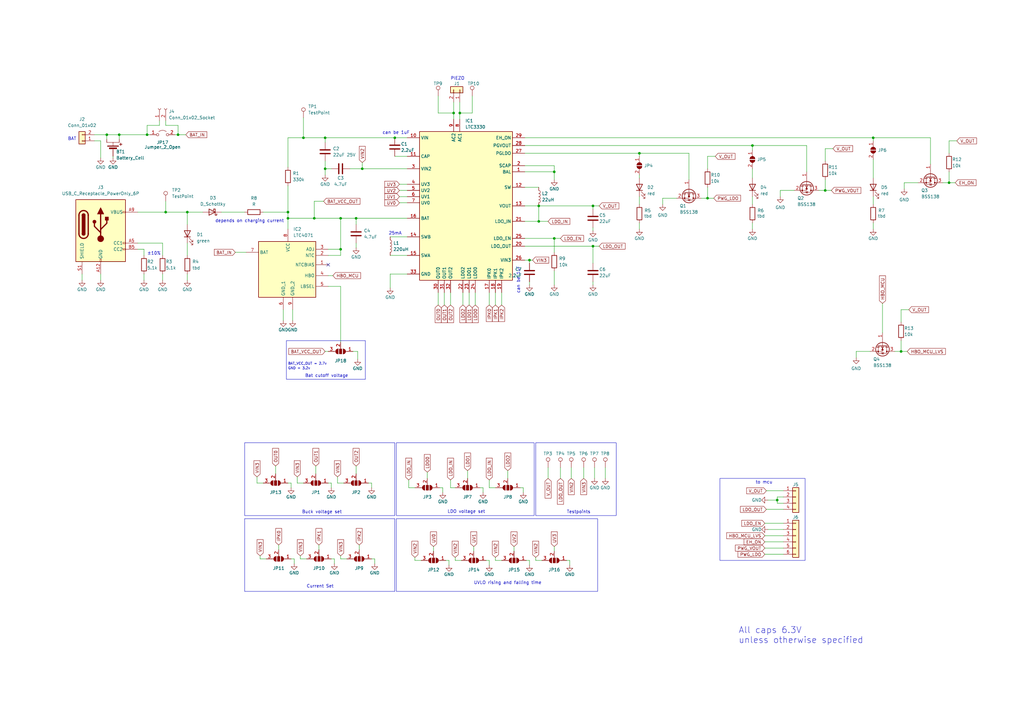
<source format=kicad_sch>
(kicad_sch (version 20230121) (generator eeschema)
  (paper "A3")
  (junction (at 148.59 69.215))
  (junction (at 389.255 74.93))
  (junction (at 139.7 89.535))
  (junction (at 308.61 59.69))
  (junction (at 358.14 56.515))
  (junction (at 128.905 89.535))
  (junction (at 227.33 97.79))
  (junction (at 73.025 55.245))
  (junction (at 118.11 86.995))
  (junction (at 118.11 89.535))
  (junction (at 262.255 62.865))
  (junction (at 133.35 69.215))
  (junction (at 60.325 55.245))
  (junction (at 243.205 84.455))
  (junction (at 318.77 205.105))
  (junction (at 220.98 90.805))
  (junction (at 243.205 100.965))
  (junction (at 67.945 86.995))
  (junction (at 48.895 55.245))
  (junction (at 369.57 144.145))
  (junction (at 290.195 81.28))
  (junction (at 139.7 102.235))
  (junction (at 220.98 84.455))
  (junction (at 133.35 56.515))
  (junction (at 188.595 46.355))
  (junction (at 161.925 56.515))
  (junction (at 338.455 78.105))
  (junction (at 186.055 46.355))
  (junction (at 76.835 86.995))
  (junction (at 217.17 106.68))
  (junction (at 43.815 55.245))
  (junction (at 146.05 89.535))
  (junction (at 227.33 70.485))
  (junction (at 124.46 56.515))
  (no_connect (at 134.62 108.585))
  (wire (pts (xy 109.22 229.235) (xy 106.68 229.235)))
  (wire (pts (xy 151.13 198.12) (xy 152.4 198.12)))
  (wire (pts (xy 179.705 39.37) (xy 179.705 46.355)))
  (wire (pts (xy 96.52 103.505) (xy 100.965 103.505)))
  (wire (pts (xy 314.325 201.295) (xy 321.31 201.295)))
  (wire (pts (xy 123.19 227.965) (xy 123.19 229.235)))
  (wire (pts (xy 76.835 86.995) (xy 83.185 86.995)))
  (wire (pts (xy 262.255 91.44) (xy 262.255 93.98)))
  (wire (pts (xy 172.72 229.87) (xy 170.18 229.87)))
  (wire (pts (xy 215.265 62.865) (xy 262.255 62.865)))
  (wire (pts (xy 358.14 91.44) (xy 358.14 93.98)))
  (wire (pts (xy 179.705 46.355) (xy 186.055 46.355)))
  (wire (pts (xy 381.635 56.515) (xy 381.635 67.31)))
  (wire (pts (xy 248.285 191.77) (xy 248.285 196.215)))
  (wire (pts (xy 186.055 46.355) (xy 186.055 48.895)))
  (wire (pts (xy 167.64 196.85) (xy 167.64 200.025)))
  (wire (pts (xy 215.265 90.805) (xy 220.98 90.805)))
  (wire (pts (xy 179.705 125.095) (xy 179.705 120.015)))
  (wire (pts (xy 146.05 92.075) (xy 146.05 89.535)))
  (wire (pts (xy 335.915 78.105) (xy 338.455 78.105)))
  (wire (pts (xy 137.16 229.235) (xy 137.16 231.14)))
  (wire (pts (xy 287.655 81.28) (xy 290.195 81.28)))
  (wire (pts (xy 59.055 102.235) (xy 59.055 104.775)))
  (wire (pts (xy 239.395 191.77) (xy 239.395 196.215)))
  (wire (pts (xy 134.62 104.775) (xy 139.7 104.775)))
  (wire (pts (xy 191.77 193.04) (xy 191.77 196.215)))
  (wire (pts (xy 76.2 55.245) (xy 73.025 55.245)))
  (wire (pts (xy 290.195 81.28) (xy 290.195 76.835)))
  (wire (pts (xy 144.78 144.145) (xy 146.685 144.145)))
  (wire (pts (xy 210.82 224.155) (xy 210.82 226.06)))
  (wire (pts (xy 66.675 112.395) (xy 66.675 114.935)))
  (wire (pts (xy 227.33 67.945) (xy 215.265 67.945)))
  (wire (pts (xy 229.87 97.79) (xy 227.33 97.79)))
  (wire (pts (xy 60.325 55.245) (xy 61.595 55.245)))
  (wire (pts (xy 314.96 217.17) (xy 321.31 217.17)))
  (wire (pts (xy 213.36 200.025) (xy 214.63 200.025)))
  (wire (pts (xy 243.205 116.84) (xy 243.205 115.57)))
  (wire (pts (xy 119.38 198.12) (xy 119.38 200.025)))
  (wire (pts (xy 290.195 64.135) (xy 290.195 69.215)))
  (wire (pts (xy 128.905 89.535) (xy 139.7 89.535)))
  (wire (pts (xy 129.54 191.135) (xy 129.54 194.31)))
  (wire (pts (xy 133.35 58.42) (xy 133.35 56.515)))
  (wire (pts (xy 186.69 228.6) (xy 186.69 229.87)))
  (wire (pts (xy 188.595 46.355) (xy 188.595 48.895)))
  (wire (pts (xy 214.63 200.025) (xy 214.63 201.93)))
  (wire (pts (xy 369.57 144.145) (xy 372.11 144.145)))
  (wire (pts (xy 107.95 86.995) (xy 118.11 86.995)))
  (wire (pts (xy 133.35 69.215) (xy 135.89 69.215)))
  (wire (pts (xy 217.17 106.68) (xy 215.265 106.68)))
  (wire (pts (xy 118.11 56.515) (xy 124.46 56.515)))
  (wire (pts (xy 38.735 55.245) (xy 43.815 55.245)))
  (wire (pts (xy 175.26 193.675) (xy 175.26 196.215)))
  (wire (pts (xy 116.205 127) (xy 116.205 131.445)))
  (wire (pts (xy 67.945 82.55) (xy 67.945 86.995)))
  (wire (pts (xy 170.18 228.6) (xy 170.18 229.87)))
  (wire (pts (xy 193.675 39.37) (xy 193.675 46.355)))
  (wire (pts (xy 330.835 59.69) (xy 330.835 70.485)))
  (wire (pts (xy 186.69 200.025) (xy 184.785 200.025)))
  (wire (pts (xy 224.79 191.77) (xy 224.79 196.215)))
  (wire (pts (xy 370.84 74.93) (xy 376.555 74.93)))
  (wire (pts (xy 389.255 74.93) (xy 391.795 74.93)))
  (wire (pts (xy 125.73 229.235) (xy 123.19 229.235)))
  (wire (pts (xy 138.43 195.58) (xy 138.43 198.12)))
  (wire (pts (xy 271.78 81.28) (xy 277.495 81.28)))
  (wire (pts (xy 139.7 89.535) (xy 146.05 89.535)))
  (wire (pts (xy 41.275 57.785) (xy 41.275 64.77)))
  (wire (pts (xy 234.315 191.77) (xy 234.315 196.215)))
  (wire (pts (xy 341.63 60.96) (xy 338.455 60.96)))
  (wire (pts (xy 43.815 55.245) (xy 48.895 55.245)))
  (wire (pts (xy 48.895 55.245) (xy 60.325 55.245)))
  (wire (pts (xy 118.11 76.2) (xy 118.11 86.995)))
  (wire (pts (xy 124.46 56.515) (xy 133.35 56.515)))
  (wire (pts (xy 135.89 229.235) (xy 137.16 229.235)))
  (wire (pts (xy 208.28 193.04) (xy 208.28 196.215)))
  (wire (pts (xy 153.67 229.235) (xy 153.67 231.14)))
  (wire (pts (xy 389.255 74.93) (xy 389.255 70.485)))
  (wire (pts (xy 232.41 229.87) (xy 233.68 229.87)))
  (wire (pts (xy 358.14 56.515) (xy 358.14 57.785)))
  (wire (pts (xy 367.03 144.145) (xy 369.57 144.145)))
  (wire (pts (xy 198.12 200.025) (xy 198.12 201.93)))
  (wire (pts (xy 313.69 227.33) (xy 321.31 227.33)))
  (wire (pts (xy 113.03 191.135) (xy 113.03 194.31)))
  (wire (pts (xy 318.77 205.105) (xy 318.77 206.375)))
  (wire (pts (xy 282.575 62.865) (xy 282.575 73.66)))
  (wire (pts (xy 243.84 191.77) (xy 243.84 196.215)))
  (wire (pts (xy 181.61 200.025) (xy 181.61 201.93)))
  (wire (pts (xy 308.61 61.595) (xy 308.61 59.69)))
  (wire (pts (xy 139.7 89.535) (xy 139.7 102.235)))
  (wire (pts (xy 118.11 89.535) (xy 128.905 89.535)))
  (wire (pts (xy 118.11 86.995) (xy 118.11 89.535)))
  (wire (pts (xy 262.255 62.865) (xy 282.575 62.865)))
  (wire (pts (xy 184.785 196.85) (xy 184.785 200.025)))
  (wire (pts (xy 160.02 112.395) (xy 160.02 118.11)))
  (wire (pts (xy 67.945 51.435) (xy 73.025 51.435)))
  (wire (pts (xy 313.69 214.63) (xy 321.31 214.63)))
  (wire (pts (xy 120.015 131.445) (xy 120.015 127)))
  (wire (pts (xy 160.02 104.775) (xy 167.005 104.775)))
  (wire (pts (xy 76.835 99.695) (xy 76.835 104.775)))
  (wire (pts (xy 139.7 227.965) (xy 139.7 229.235)))
  (wire (pts (xy 338.455 78.105) (xy 340.995 78.105)))
  (wire (pts (xy 262.255 80.645) (xy 262.255 83.82)))
  (wire (pts (xy 67.945 86.995) (xy 76.835 86.995)))
  (wire (pts (xy 133.35 144.145) (xy 134.62 144.145)))
  (wire (pts (xy 243.205 84.455) (xy 243.205 85.725)))
  (wire (pts (xy 200.66 120.015) (xy 200.66 125.095)))
  (wire (pts (xy 146.685 144.145) (xy 146.685 147.32)))
  (wire (pts (xy 227.33 97.79) (xy 227.33 103.505)))
  (wire (pts (xy 318.77 203.835) (xy 318.77 205.105)))
  (wire (pts (xy 76.835 112.395) (xy 76.835 114.935)))
  (wire (pts (xy 133.35 56.515) (xy 161.925 56.515)))
  (wire (pts (xy 194.31 224.155) (xy 194.31 226.06)))
  (wire (pts (xy 139.7 104.775) (xy 139.7 102.235)))
  (wire (pts (xy 233.68 229.87) (xy 233.68 231.775)))
  (wire (pts (xy 215.265 56.515) (xy 358.14 56.515)))
  (wire (pts (xy 133.35 69.215) (xy 133.35 71.755)))
  (wire (pts (xy 218.44 106.68) (xy 217.17 106.68)))
  (wire (pts (xy 200.66 196.85) (xy 200.66 200.025)))
  (wire (pts (xy 161.925 56.515) (xy 167.005 56.515)))
  (wire (pts (xy 163.83 75.565) (xy 167.005 75.565)))
  (wire (pts (xy 136.525 113.03) (xy 134.62 113.03)))
  (wire (pts (xy 321.31 203.835) (xy 318.77 203.835)))
  (wire (pts (xy 351.155 144.145) (xy 351.155 146.685)))
  (wire (pts (xy 133.35 66.04) (xy 133.35 69.215)))
  (wire (pts (xy 313.69 222.25) (xy 321.31 222.25)))
  (wire (pts (xy 222.25 229.87) (xy 219.71 229.87)))
  (wire (pts (xy 308.61 69.215) (xy 308.61 73.025)))
  (wire (pts (xy 132.715 82.55) (xy 128.905 82.55)))
  (wire (pts (xy 180.34 200.025) (xy 181.61 200.025)))
  (wire (pts (xy 33.655 112.395) (xy 33.655 114.935)))
  (wire (pts (xy 215.265 59.69) (xy 308.61 59.69)))
  (wire (pts (xy 146.05 191.135) (xy 146.05 194.31)))
  (wire (pts (xy 189.23 229.87) (xy 186.69 229.87)))
  (wire (pts (xy 386.715 74.93) (xy 389.255 74.93)))
  (wire (pts (xy 358.14 56.515) (xy 381.635 56.515)))
  (wire (pts (xy 314.325 208.915) (xy 321.31 208.915)))
  (wire (pts (xy 76.835 86.995) (xy 76.835 92.075)))
  (wire (pts (xy 318.77 206.375) (xy 321.31 206.375)))
  (wire (pts (xy 351.155 144.145) (xy 356.87 144.145)))
  (wire (pts (xy 65.405 51.435) (xy 60.325 51.435)))
  (wire (pts (xy 163.83 78.105) (xy 167.005 78.105)))
  (wire (pts (xy 217.17 229.87) (xy 217.17 231.775)))
  (wire (pts (xy 243.205 84.455) (xy 245.745 84.455)))
  (wire (pts (xy 243.205 100.965) (xy 245.745 100.965)))
  (wire (pts (xy 313.69 219.71) (xy 321.31 219.71)))
  (wire (pts (xy 369.57 127) (xy 369.57 132.08)))
  (wire (pts (xy 320.04 78.105) (xy 320.04 80.645)))
  (wire (pts (xy 262.255 62.865) (xy 262.255 64.135)))
  (wire (pts (xy 56.515 86.995) (xy 67.945 86.995)))
  (wire (pts (xy 227.33 67.945) (xy 227.33 70.485)))
  (wire (pts (xy 358.14 65.405) (xy 358.14 73.025)))
  (wire (pts (xy 217.17 106.68) (xy 217.17 107.95)))
  (wire (pts (xy 203.2 120.015) (xy 203.2 125.095)))
  (wire (pts (xy 229.87 191.77) (xy 229.87 196.215)))
  (wire (pts (xy 48.895 57.15) (xy 48.895 55.245)))
  (wire (pts (xy 227.33 97.79) (xy 215.265 97.79)))
  (wire (pts (xy 369.57 127) (xy 372.745 127)))
  (wire (pts (xy 140.97 198.12) (xy 138.43 198.12)))
  (wire (pts (xy 135.89 198.12) (xy 135.89 200.025)))
  (wire (pts (xy 119.38 229.235) (xy 120.65 229.235)))
  (wire (pts (xy 142.24 229.235) (xy 139.7 229.235)))
  (wire (pts (xy 38.735 57.785) (xy 41.275 57.785)))
  (wire (pts (xy 199.39 229.87) (xy 200.66 229.87)))
  (wire (pts (xy 314.96 205.105) (xy 318.77 205.105)))
  (wire (pts (xy 227.33 111.125) (xy 227.33 116.84)))
  (wire (pts (xy 167.005 112.395) (xy 160.02 112.395)))
  (wire (pts (xy 152.4 229.235) (xy 153.67 229.235)))
  (wire (pts (xy 262.255 71.755) (xy 262.255 73.025)))
  (wire (pts (xy 59.055 112.395) (xy 59.055 114.935)))
  (wire (pts (xy 143.51 69.215) (xy 148.59 69.215)))
  (wire (pts (xy 205.74 120.015) (xy 205.74 125.095)))
  (wire (pts (xy 227.33 224.155) (xy 227.33 226.06)))
  (wire (pts (xy 152.4 198.12) (xy 152.4 200.025)))
  (wire (pts (xy 66.675 99.695) (xy 66.675 104.775)))
  (wire (pts (xy 43.815 55.245) (xy 43.815 57.15)))
  (wire (pts (xy 196.85 200.025) (xy 198.12 200.025)))
  (wire (pts (xy 215.265 100.965) (xy 243.205 100.965)))
  (wire (pts (xy 370.84 74.93) (xy 370.84 77.47)))
  (wire (pts (xy 56.515 102.235) (xy 59.055 102.235)))
  (wire (pts (xy 320.04 78.105) (xy 325.755 78.105)))
  (wire (pts (xy 71.755 55.245) (xy 73.025 55.245)))
  (wire (pts (xy 293.37 64.135) (xy 290.195 64.135)))
  (wire (pts (xy 130.81 223.52) (xy 130.81 225.425)))
  (wire (pts (xy 290.195 81.28) (xy 292.735 81.28)))
  (wire (pts (xy 65.405 49.53) (xy 65.405 51.435)))
  (wire (pts (xy 392.43 57.785) (xy 389.255 57.785)))
  (wire (pts (xy 227.33 70.485) (xy 227.33 73.66)))
  (wire (pts (xy 177.8 224.155) (xy 177.8 226.06)))
  (wire (pts (xy 220.98 90.805) (xy 224.79 90.805)))
  (wire (pts (xy 118.11 198.12) (xy 119.38 198.12)))
  (wire (pts (xy 219.71 228.6) (xy 219.71 229.87)))
  (wire (pts (xy 120.65 229.235) (xy 120.65 231.14)))
  (wire (pts (xy 121.92 195.58) (xy 121.92 198.12)))
  (wire (pts (xy 128.905 82.55) (xy 128.905 89.535)))
  (wire (pts (xy 200.66 229.87) (xy 200.66 231.775)))
  (wire (pts (xy 189.865 125.095) (xy 189.865 120.015)))
  (wire (pts (xy 338.455 78.105) (xy 338.455 73.66)))
  (wire (pts (xy 243.205 93.345) (xy 243.205 94.615)))
  (wire (pts (xy 389.255 57.785) (xy 389.255 62.865)))
  (wire (pts (xy 124.46 198.12) (xy 121.92 198.12)))
  (wire (pts (xy 139.7 117.475) (xy 139.7 140.335)))
  (wire (pts (xy 308.61 80.645) (xy 308.61 83.82)))
  (wire (pts (xy 161.925 64.135) (xy 167.005 64.135)))
  (wire (pts (xy 118.11 68.58) (xy 118.11 56.515)))
  (wire (pts (xy 220.98 84.455) (xy 215.265 84.455)))
  (wire (pts (xy 215.265 70.485) (xy 227.33 70.485)))
  (wire (pts (xy 193.675 46.355) (xy 188.595 46.355)))
  (wire (pts (xy 105.41 195.58) (xy 105.41 198.12)))
  (wire (pts (xy 124.46 48.26) (xy 124.46 56.515)))
  (wire (pts (xy 203.2 228.6) (xy 203.2 229.87)))
  (wire (pts (xy 160.02 97.155) (xy 167.005 97.155)))
  (wire (pts (xy 203.2 200.025) (xy 200.66 200.025)))
  (wire (pts (xy 217.17 115.57) (xy 217.17 116.84)))
  (wire (pts (xy 215.9 229.87) (xy 217.17 229.87)))
  (wire (pts (xy 369.57 144.145) (xy 369.57 139.7)))
  (wire (pts (xy 192.405 125.095) (xy 192.405 120.015)))
  (wire (pts (xy 56.515 99.695) (xy 66.675 99.695)))
  (wire (pts (xy 188.595 41.91) (xy 188.595 46.355)))
  (wire (pts (xy 41.275 112.395) (xy 41.275 114.935)))
  (wire (pts (xy 146.05 99.695) (xy 146.05 101.6)))
  (wire (pts (xy 148.59 69.215) (xy 167.005 69.215)))
  (wire (pts (xy 107.95 198.12) (xy 105.41 198.12)))
  (wire (pts (xy 170.18 200.025) (xy 167.64 200.025)))
  (wire (pts (xy 118.11 89.535) (xy 118.11 93.98)))
  (wire (pts (xy 313.69 224.79) (xy 321.31 224.79)))
  (wire (pts (xy 182.245 120.015) (xy 182.245 125.095)))
  (wire (pts (xy 139.7 117.475) (xy 134.62 117.475)))
  (wire (pts (xy 146.05 89.535) (xy 167.005 89.535)))
  (wire (pts (xy 220.98 84.455) (xy 243.205 84.455)))
  (wire (pts (xy 338.455 60.96) (xy 338.455 66.04)))
  (wire (pts (xy 134.62 198.12) (xy 135.89 198.12)))
  (wire (pts (xy 90.805 86.995) (xy 100.33 86.995)))
  (wire (pts (xy 148.59 66.675) (xy 148.59 69.215)))
  (wire (pts (xy 243.205 107.95) (xy 243.205 100.965)))
  (wire (pts (xy 46.355 64.135) (xy 46.355 64.77)))
  (wire (pts (xy 186.055 41.91) (xy 186.055 46.355)))
  (wire (pts (xy 67.945 49.53) (xy 67.945 51.435)))
  (wire (pts (xy 147.32 223.52) (xy 147.32 225.425)))
  (wire (pts (xy 163.83 80.645) (xy 167.005 80.645)))
  (wire (pts (xy 220.98 84.455) (xy 220.98 90.805)))
  (wire (pts (xy 73.025 51.435) (xy 73.025 55.245)))
  (wire (pts (xy 184.15 229.87) (xy 184.15 231.775)))
  (wire (pts (xy 271.78 81.28) (xy 271.78 83.82)))
  (wire (pts (xy 220.98 76.835) (xy 215.265 76.835)))
  (wire (pts (xy 114.3 223.52) (xy 114.3 225.425)))
  (wire (pts (xy 184.785 120.015) (xy 184.785 125.095)))
  (wire (pts (xy 134.62 102.235) (xy 139.7 102.235)))
  (wire (pts (xy 182.88 229.87) (xy 184.15 229.87)))
  (wire (pts (xy 358.14 80.645) (xy 358.14 83.82)))
  (wire (pts (xy 163.83 83.185) (xy 167.005 83.185)))
  (wire (pts (xy 194.945 125.095) (xy 194.945 120.015)))
  (wire (pts (xy 308.61 59.69) (xy 330.835 59.69)))
  (wire (pts (xy 60.325 51.435) (xy 60.325 55.245)))
  (wire (pts (xy 308.61 91.44) (xy 308.61 93.98)))
  (wire (pts (xy 361.95 124.46) (xy 361.95 136.525)))
  (wire (pts (xy 205.74 229.87) (xy 203.2 229.87)))
  (wire (pts (xy 106.68 227.965) (xy 106.68 229.235)))
  (rectangle (start 117.475 139.7) (end 149.86 155.575))
  (rectangle (start 100.33 181.61) (end 161.925 211.455))
  (rectangle (start 100.33 212.725) (end 161.925 242.57))
  (rectangle (start 162.56 212.725) (end 245.11 242.57))
  (rectangle (start 295.275 196.215) (end 330.2 229.87))
  (rectangle (start 162.56 181.61) (end 219.075 211.455))
  (rectangle (start 219.71 181.61) (end 252.73 211.455))
  (text "All caps 6.3V\nunless otherwise specified\n" (at 302.895 264.16 0) (effects (font (size 2.54 2.54)) (justify left bottom)))
  (text "±10%" (at 60.325 104.775 0) (effects (font (size 1.27 1.27)) (justify left bottom)))
  (text "LDO voltage set\n\n" (at 183.515 212.725 0) (effects (font (size 1.27 1.27)) (justify left bottom)))
  (text "Bat cutoff voltage\n" (at 125.095 154.94 0) (effects (font (size 1.27 1.27)) (justify left bottom)))
  (text "25mA\n" (at 159.385 96.52 0) (effects (font (size 1.27 1.27)) (justify left bottom)))
  (text "Buck voltage set\n" (at 123.825 210.82 0) (effects (font (size 1.27 1.27)) (justify left bottom)))
  (text "BAT" (at 27.813 57.785 0) (effects (font (size 1.27 1.27)) (justify left bottom)))
  (text "depends on charging current\n" (at 88.265 91.44 0) (effects (font (size 1.27 1.27)) (justify left bottom)))
  (text "GND = 3.2v" (at 118.11 151.765 0) (effects (font (size 1 1)) (justify left bottom)))
  (text "BAT_VCC_OUT = 2.7v\n" (at 118.11 149.86 0) (effects (font (size 1 1)) (justify left bottom)))
  (text "can be 1uF\n" (at 213.36 109.22 90) (effects (font (size 1.27 1.27)) (justify right bottom)))
  (text "to mcu\n\n" (at 309.88 200.66 0) (effects (font (size 1.27 1.27)) (justify left bottom)))
  (text "can be 1uF\n" (at 156.845 55.245 0) (effects (font (size 1.27 1.27)) (justify left bottom)))
  (text "Current Set\n" (at 125.73 241.3 0) (effects (font (size 1.27 1.27)) (justify left bottom)))
  (text "Testpoints\n" (at 232.41 210.82 0) (effects (font (size 1.27 1.27)) (justify left bottom)))
  (text "PIEZO\n" (at 184.785 33.02 0) (effects (font (size 1.27 1.27)) (justify left bottom)))
  (text "UVLO rising and falling time\n\n" (at 194.31 241.935 0) (effects (font (size 1.27 1.27)) (justify left bottom)))
  (global_label "LDO_IN" (shape input) (at 184.785 196.85 90) (property "Intersheetrefs" "${INTERSHEET_REFS}" (effects hide)))
  (global_label "VIN2" (shape input) (at 170.18 228.6 90) (property "Intersheetrefs" "${INTERSHEET_REFS}" (effects hide)))
  (global_label "HBO_MCU_LVS" (shape input) (at 372.11 144.145 0) (property "Intersheetrefs" "${INTERSHEET_REFS}" (effects hide)))
  (global_label "IPK0" (shape input) (at 114.3 223.52 90) (property "Intersheetrefs" "${INTERSHEET_REFS}" (effects hide)))
  (global_label "VIN2" (shape input) (at 148.59 66.675 90) (property "Intersheetrefs" "${INTERSHEET_REFS}" (effects hide)))
  (global_label "PWG_LDO" (shape input) (at 313.69 227.33 180) (property "Intersheetrefs" "${INTERSHEET_REFS}" (effects hide)))
  (global_label "VIN2" (shape input) (at 186.69 228.6 90) (property "Intersheetrefs" "${INTERSHEET_REFS}" (effects hide)))
  (global_label "UV2" (shape input) (at 163.83 78.105 180) (property "Intersheetrefs" "${INTERSHEET_REFS}" (effects hide)))
  (global_label "OUT2" (shape input) (at 146.05 191.135 90) (property "Intersheetrefs" "${INTERSHEET_REFS}" (effects hide)))
  (global_label "UV3" (shape input) (at 227.33 224.155 90) (property "Intersheetrefs" "${INTERSHEET_REFS}" (effects hide)))
  (global_label "VIN2" (shape input) (at 234.315 196.215 270) (property "Intersheetrefs" "${INTERSHEET_REFS}" (effects hide)))
  (global_label "BAT_VCC_OUT" (shape input) (at 132.715 82.55 0) (property "Intersheetrefs" "${INTERSHEET_REFS}" (effects hide)))
  (global_label "VIN3" (shape input) (at 239.395 196.215 270) (property "Intersheetrefs" "${INTERSHEET_REFS}" (effects hide)))
  (global_label "LDO0" (shape input) (at 194.945 125.095 270) (property "Intersheetrefs" "${INTERSHEET_REFS}" (effects hide)))
  (global_label "LDO_OUT" (shape input) (at 229.87 196.215 270) (property "Intersheetrefs" "${INTERSHEET_REFS}" (effects hide)))
  (global_label "UV0" (shape input) (at 163.83 83.185 180) (property "Intersheetrefs" "${INTERSHEET_REFS}" (effects hide)))
  (global_label "V_OUT" (shape input) (at 372.745 127 0) (property "Intersheetrefs" "${INTERSHEET_REFS}" (effects hide)))
  (global_label "UV3" (shape input) (at 163.83 75.565 180) (property "Intersheetrefs" "${INTERSHEET_REFS}" (effects hide)))
  (global_label "BAT_IN" (shape input) (at 96.52 103.505 180) (property "Intersheetrefs" "${INTERSHEET_REFS}" (effects hide)))
  (global_label "EH_ON" (shape input) (at 391.795 74.93 0) (property "Intersheetrefs" "${INTERSHEET_REFS}" (effects hide)))
  (global_label "VIN3" (shape input) (at 218.44 106.68 0) (property "Intersheetrefs" "${INTERSHEET_REFS}" (effects hide)))
  (global_label "VIN3" (shape input) (at 106.68 227.965 90) (property "Intersheetrefs" "${INTERSHEET_REFS}" (effects hide)))
  (global_label "IPK0" (shape input) (at 200.66 125.095 270) (property "Intersheetrefs" "${INTERSHEET_REFS}" (effects hide)))
  (global_label "LDO2" (shape input) (at 189.865 125.095 270) (property "Intersheetrefs" "${INTERSHEET_REFS}" (effects hide)))
  (global_label "LDO1" (shape input) (at 191.77 193.04 90) (property "Intersheetrefs" "${INTERSHEET_REFS}" (effects hide)))
  (global_label "V_OUT" (shape input) (at 392.43 57.785 0) (property "Intersheetrefs" "${INTERSHEET_REFS}" (effects hide)))
  (global_label "VIN3" (shape input) (at 139.7 227.965 90) (property "Intersheetrefs" "${INTERSHEET_REFS}" (effects hide)))
  (global_label "LDO_IN" (shape input) (at 200.66 196.85 90) (property "Intersheetrefs" "${INTERSHEET_REFS}" (effects hide)))
  (global_label "LDO_IN" (shape input) (at 224.79 90.805 0) (property "Intersheetrefs" "${INTERSHEET_REFS}" (effects hide)))
  (global_label "PWG_VOUT" (shape input) (at 340.995 78.105 0) (property "Intersheetrefs" "${INTERSHEET_REFS}" (effects hide)))
  (global_label "LDO_OUT" (shape input) (at 314.325 208.915 180) (property "Intersheetrefs" "${INTERSHEET_REFS}" (effects hide)))
  (global_label "EH_ON" (shape input) (at 313.69 222.25 180) (property "Intersheetrefs" "${INTERSHEET_REFS}" (effects hide)))
  (global_label "IPK1" (shape input) (at 203.2 125.095 270) (property "Intersheetrefs" "${INTERSHEET_REFS}" (effects hide)))
  (global_label "V_OUT" (shape input) (at 314.325 201.295 180) (property "Intersheetrefs" "${INTERSHEET_REFS}" (effects hide)))
  (global_label "UV2" (shape input) (at 210.82 224.155 90) (property "Intersheetrefs" "${INTERSHEET_REFS}" (effects hide)))
  (global_label "PWG_LDO" (shape input) (at 292.735 81.28 0) (property "Intersheetrefs" "${INTERSHEET_REFS}" (effects hide)))
  (global_label "OUT1" (shape input) (at 182.245 125.095 270) (property "Intersheetrefs" "${INTERSHEET_REFS}" (effects hide)))
  (global_label "VIN3" (shape input) (at 105.41 195.58 90) (property "Intersheetrefs" "${INTERSHEET_REFS}" (effects hide)))
  (global_label "BAT_VCC_OUT" (shape input) (at 133.35 144.145 180) (property "Intersheetrefs" "${INTERSHEET_REFS}" (effects hide)))
  (global_label "VIN3" (shape input) (at 121.92 195.58 90) (property "Intersheetrefs" "${INTERSHEET_REFS}" (effects hide)))
  (global_label "LDO_EN" (shape input) (at 313.69 214.63 180) (property "Intersheetrefs" "${INTERSHEET_REFS}" (effects hide)))
  (global_label "UV0" (shape input) (at 177.8 224.155 90) (property "Intersheetrefs" "${INTERSHEET_REFS}" (effects hide)))
  (global_label "LDO_OUT" (shape input) (at 245.745 100.965 0) (property "Intersheetrefs" "${INTERSHEET_REFS}" (effects hide)))
  (global_label "IPK2" (shape input) (at 147.32 223.52 90) (property "Intersheetrefs" "${INTERSHEET_REFS}" (effects hide)))
  (global_label "LDO0" (shape input) (at 175.26 193.675 90) (property "Intersheetrefs" "${INTERSHEET_REFS}" (effects hide)))
  (global_label "LDO_EN" (shape input) (at 229.87 97.79 0) (property "Intersheetrefs" "${INTERSHEET_REFS}" (effects hide)))
  (global_label "V_OUT" (shape input) (at 245.745 84.455 0) (property "Intersheetrefs" "${INTERSHEET_REFS}" (effects hide)))
  (global_label "VIN3" (shape input) (at 138.43 195.58 90) (property "Intersheetrefs" "${INTERSHEET_REFS}" (effects hide)))
  (global_label "HBO_MCU" (shape input) (at 136.525 113.03 0) (property "Intersheetrefs" "${INTERSHEET_REFS}" (effects hide)))
  (global_label "LDO1" (shape input) (at 192.405 125.095 270) (property "Intersheetrefs" "${INTERSHEET_REFS}" (effects hide)))
  (global_label "OUT1" (shape input) (at 129.54 191.135 90) (property "Intersheetrefs" "${INTERSHEET_REFS}" (effects hide)))
  (global_label "OUT0" (shape input) (at 113.03 191.135 90) (property "Intersheetrefs" "${INTERSHEET_REFS}" (effects hide)))
  (global_label "IPK1" (shape input) (at 130.81 223.52 90) (property "Intersheetrefs" "${INTERSHEET_REFS}" (effects hide)))
  (global_label "LDO2" (shape input) (at 208.28 193.04 90) (property "Intersheetrefs" "${INTERSHEET_REFS}" (effects hide)))
  (global_label "HBO_MCU_LVS" (shape input) (at 313.69 219.71 180) (property "Intersheetrefs" "${INTERSHEET_REFS}" (effects hide)))
  (global_label "V_OUT" (shape input) (at 341.63 60.96 0) (property "Intersheetrefs" "${INTERSHEET_REFS}" (effects hide)))
  (global_label "VIN3" (shape input) (at 123.19 227.965 90) (property "Intersheetrefs" "${INTERSHEET_REFS}" (effects hide)))
  (global_label "OUT2" (shape input) (at 184.785 125.095 270) (property "Intersheetrefs" "${INTERSHEET_REFS}" (effects hide)))
  (global_label "HBO_MCU" (shape input) (at 361.95 124.46 90) (property "Intersheetrefs" "${INTERSHEET_REFS}" (effects hide)))
  (global_label "BAT_IN" (shape input) (at 76.2 55.245 0) (property "Intersheetrefs" "${INTERSHEET_REFS}" (effects hide)))
  (global_label "V_OUT" (shape input) (at 224.79 196.215 270) (property "Intersheetrefs" "${INTERSHEET_REFS}" (effects hide)))
  (global_label "IPK2" (shape input) (at 205.74 125.095 270) (property "Intersheetrefs" "${INTERSHEET_REFS}" (effects hide)))
  (global_label "UV1" (shape input) (at 163.83 80.645 180) (property "Intersheetrefs" "${INTERSHEET_REFS}" (effects hide)))
  (global_label "PWG_VOUT" (shape input) (at 313.69 224.79 180) (property "Intersheetrefs" "${INTERSHEET_REFS}" (effects hide)))
  (global_label "V_OUT" (shape input) (at 293.37 64.135 0) (property "Intersheetrefs" "${INTERSHEET_REFS}" (effects hide)))
  (global_label "OUT0" (shape input) (at 179.705 125.095 270) (property "Intersheetrefs" "${INTERSHEET_REFS}" (effects hide)))
  (global_label "VIN2" (shape input) (at 203.2 228.6 90) (property "Intersheetrefs" "${INTERSHEET_REFS}" (effects hide)))
  (global_label "UV1" (shape input) (at 194.31 224.155 90) (property "Intersheetrefs" "${INTERSHEET_REFS}" (effects hide)))
  (global_label "LDO_IN" (shape input) (at 167.64 196.85 90) (property "Intersheetrefs" "${INTERSHEET_REFS}" (effects hide)))
  (global_label "VIN2" (shape input) (at 219.71 228.6 90) (property "Intersheetrefs" "${INTERSHEET_REFS}" (effects hide)))
  (symbol (lib_id "Jumper:SolderJumper_3_Open") (at 177.8 229.87 180) (unit 1)
    (property "Reference" "JP12" (at 177.8 233.68 0))
    (property "Value" "SolderJumper_3_Open" (effects hide))
    (property "Footprint" "Jumper:SolderJumper-3_P1.3mm_Open_RoundedPad1.0x1.5mm" (effects hide))
  )
  (symbol (lib_id "Connector:TestPoint") (at 193.675 39.37 0) (unit 1)
    (property "Reference" "TP10" (at 191.77 34.29 0) (effects (justify left)))
    (property "Value" "TestPoint" (effects hide))
    (property "Footprint" "testpoint_519x:Testpoint_519xTR" (effects hide))
  )
  (symbol (lib_id "power:GND") (at 314.96 205.105 270) (unit 1)
    (property "Reference" "#PWR029" (effects hide))
    (property "Value" "GND" (at 312.42 205.105 90) (effects (justify right)))
  )
  (symbol (lib_id "power:GND") (at 146.685 147.32 0) (unit 1)
    (property "Reference" "#PWR07" (effects hide))
    (property "Value" "GND" (at 146.685 151.13 0))
  )
  (symbol (lib_id "Device:C") (at 243.205 89.535 0) (unit 1)
    (property "Reference" "C5" (at 245.745 88.265 0) (effects (justify left)))
    (property "Value" "22uF" (at 245.745 90.805 0) (effects (justify left)))
    (property "Footprint" "Capacitor_SMD:C_0805_2012Metric_Pad1.18x1.45mm_HandSolder" (effects hide))
  )
  (symbol (lib_id "power:GND") (at 227.33 116.84 0) (unit 1)
    (property "Reference" "#PWR031" (effects hide))
    (property "Value" "GND" (at 227.33 120.65 0))
  )
  (symbol (lib_id "Device:C") (at 161.925 60.325 0) (unit 1)
    (property "Reference" "C1" (at 164.465 59.055 0) (effects (justify left)))
    (property "Value" "2.2uF" (at 164.465 61.595 0) (effects (justify left)))
    (property "Footprint" "Capacitor_SMD:C_0805_2012Metric_Pad1.18x1.45mm_HandSolder" (effects hide))
  )
  (symbol (lib_id "Connector:USB_C_Receptacle_PowerOnly_6P") (at 41.275 94.615 0) (unit 1)
    (property "Reference" "J3" (at 41.275 76.835 0))
    (property "Value" "USB_C_Receptacle_PowerOnly_6P" (at 41.275 79.375 0))
    (property "Footprint" "battery_clip:USB4125-GF-A-0190" (effects hide))
    (property "Datasheet" "https://www.usb.org/sites/default/files/documents/usb_type-c.zip" (effects hide))
  )
  (symbol (lib_id "power:GND") (at 233.68 231.775 0) (unit 1)
    (property "Reference" "#PWR024" (effects hide))
    (property "Value" "GND" (at 233.68 235.585 0))
  )
  (symbol (lib_id "power:GND") (at 135.89 200.025 0) (unit 1)
    (property "Reference" "#PWR023" (effects hide))
    (property "Value" "GND" (at 135.89 203.835 0))
  )
  (symbol (lib_id "power:GND") (at 119.38 200.025 0) (unit 1)
    (property "Reference" "#PWR021" (effects hide))
    (property "Value" "GND" (at 119.38 203.835 0))
  )
  (symbol (lib_id "Device:C") (at 243.205 111.76 0) (unit 1)
    (property "Reference" "C6" (at 245.745 110.49 0) (effects (justify left)))
    (property "Value" "22uF" (at 245.745 113.03 0) (effects (justify left)))
    (property "Footprint" "Capacitor_SMD:C_0805_2012Metric_Pad1.18x1.45mm_HandSolder" (effects hide))
  )
  (symbol (lib_id "Device:R") (at 227.33 107.315 0) (unit 1)
    (property "Reference" "R9" (at 229.235 106.045 0) (effects (justify left)))
    (property "Value" "10k" (at 229.235 108.585 0) (effects (justify left)))
    (property "Footprint" "Resistor_SMD:R_0805_2012Metric_Pad1.20x1.40mm_HandSolder" (effects hide))
  )
  (symbol (lib_id "power:GND") (at 314.96 217.17 270) (unit 1)
    (property "Reference" "#PWR035" (effects hide))
    (property "Value" "GND" (at 312.42 217.17 90) (effects (justify right)))
  )
  (symbol (lib_id "Jumper:SolderJumper_3_Open") (at 194.31 229.87 180) (unit 1)
    (property "Reference" "JP14" (at 194.31 233.68 0))
    (property "Value" "SolderJumper_3_Open" (effects hide))
    (property "Footprint" "Jumper:SolderJumper-3_P1.3mm_Open_RoundedPad1.0x1.5mm" (effects hide))
  )
  (symbol (lib_id "Connector:TestPoint") (at 248.285 191.77 0) (unit 1)
    (property "Reference" "TP8" (at 246.38 186.055 0) (effects (justify left)))
    (property "Value" "TestPoint" (effects hide))
    (property "Footprint" "testpoint_519x:Testpoint_519xTR" (effects hide))
  )
  (symbol (lib_id "Connector:Conn_01x02_Socket") (at 65.405 44.45 90) (unit 1)
    (property "Reference" "J4" (at 69.215 45.72 90) (effects (justify right)))
    (property "Value" "Conn_01x02_Socket" (at 69.215 48.26 90) (effects (justify right)))
    (property "Footprint" "Connector:Banana_Jack_2Pin" (effects hide))
  )
  (symbol (lib_id "Jumper:SolderJumper_3_Open") (at 208.28 200.025 180) (unit 1)
    (property "Reference" "JP8" (at 208.28 203.835 0))
    (property "Value" "SolderJumper_3_Open" (effects hide))
    (property "Footprint" "Jumper:SolderJumper-3_P1.3mm_Open_RoundedPad1.0x1.5mm" (effects hide))
  )
  (symbol (lib_id "power:GND") (at 271.78 83.82 0) (unit 1)
    (property "Reference" "#PWR039" (effects hide))
    (property "Value" "GND" (at 271.78 88.265 0))
  )
  (symbol (lib_id "Connector_Generic:Conn_01x06") (at 326.39 219.71 0) (unit 1)
    (property "Reference" "J6" (at 325.12 212.09 0) (effects (justify left)))
    (property "Value" "Conn_01x06" (effects hide))
    (property "Footprint" "Connector_PinSocket_2.54mm:PinSocket_1x06_P2.54mm_Horizontal" (effects hide))
  )
  (symbol (lib_id "power:GND") (at 160.02 118.11 0) (unit 1)
    (property "Reference" "#PWR014" (effects hide))
    (property "Value" "GND" (at 160.02 121.92 0))
  )
  (symbol (lib_id "power:GND") (at 76.835 114.935 0) (unit 1)
    (property "Reference" "#PWR012" (effects hide))
    (property "Value" "GND" (at 76.835 118.745 0))
  )
  (symbol (lib_id "Jumper:SolderJumper_3_Open") (at 227.33 229.87 180) (unit 1)
    (property "Reference" "JP16" (at 227.33 233.68 0))
    (property "Value" "SolderJumper_3_Open" (effects hide))
    (property "Footprint" "Jumper:SolderJumper-3_P1.3mm_Open_RoundedPad1.0x1.5mm" (effects hide))
  )
  (symbol (lib_id "Jumper:SolderJumper_2_Open") (at 358.14 61.595 270) (unit 1)
    (property "Reference" "JP6" (at 360.045 61.595 90) (effects (justify left)))
    (property "Value" "SolderJumper_2_Open" (effects hide))
    (property "Footprint" "Jumper:SolderJumper-2_P1.3mm_Open_RoundedPad1.0x1.5mm" (effects hide))
  )
  (symbol (lib_id "power:GND") (at 120.015 131.445 0) (unit 1)
    (property "Reference" "#PWR04" (effects hide))
    (property "Value" "GND" (at 120.015 135.255 0))
  )
  (symbol (lib_id "power:GND") (at 146.05 101.6 0) (unit 1)
    (property "Reference" "#PWR013" (effects hide))
    (property "Value" "GND" (at 146.05 105.41 0))
  )
  (symbol (lib_id "power:GND") (at 120.65 231.14 0) (unit 1)
    (property "Reference" "#PWR034" (effects hide))
    (property "Value" "GND" (at 120.65 234.95 0))
  )
  (symbol (lib_id "power:GND") (at 133.35 71.755 0) (unit 1)
    (property "Reference" "#PWR01" (effects hide))
    (property "Value" "GND" (at 133.35 75.565 0))
  )
  (symbol (lib_id "Device:R") (at 358.14 87.63 0) (unit 1)
    (property "Reference" "R7" (at 360.172 86.36 0) (effects (justify left)))
    (property "Value" "tbd" (at 360.045 88.5825 0) (effects (justify left)))
    (property "Footprint" "Resistor_SMD:R_0805_2012Metric_Pad1.20x1.40mm_HandSolder" (effects hide))
  )
  (symbol (lib_id "Device:Battery_Cell") (at 46.355 61.595 0) (unit 1)
    (property "Reference" "BT1" (at 47.625 62.23 0) (effects (justify left)))
    (property "Value" "Battery_Cell" (at 47.625 64.77 0) (effects (justify left)))
    (property "Footprint" "battery_clip:BC-2404" (effects hide))
  )
  (symbol (lib_id "Jumper:SolderJumper_3_Open") (at 146.05 198.12 180) (unit 1)
    (property "Reference" "JP2" (at 146.05 201.93 0))
    (property "Value" "SolderJumper_3_Open" (effects hide))
    (property "Footprint" "Jumper:SolderJumper-3_P1.3mm_Open_RoundedPad1.0x1.5mm" (effects hide))
  )
  (symbol (lib_id "power:GND") (at 198.12 201.93 0) (unit 1)
    (property "Reference" "#PWR032" (effects hide))
    (property "Value" "GND" (at 198.12 205.74 0))
  )
  (symbol (lib_id "Jumper:SolderJumper_3_Open") (at 129.54 198.12 180) (unit 1)
    (property "Reference" "JP1" (at 129.54 201.93 0))
    (property "Value" "SolderJumper_3_Open" (effects hide))
    (property "Footprint" "Jumper:SolderJumper-3_P1.3mm_Open_RoundedPad1.0x1.5mm" (effects hide))
  )
  (symbol (lib_id "Connector_Generic:Conn_01x02") (at 33.655 57.785 180) (unit 1)
    (property "Reference" "J2" (at 33.655 48.895 0))
    (property "Value" "Conn_01x02" (at 33.655 51.435 0))
    (property "Footprint" "testpoint_519x:Battery_pad_solder" (effects hide))
  )
  (symbol (lib_id "power:GND") (at 308.61 93.98 0) (unit 1)
    (property "Reference" "#PWR017" (effects hide))
    (property "Value" "GND" (at 308.61 97.79 0))
  )
  (symbol (lib_id "power:GND") (at 227.33 73.66 0) (unit 1)
    (property "Reference" "#PWR020" (effects hide))
    (property "Value" "GND" (at 227.33 77.47 0))
  )
  (symbol (lib_id "power:GND") (at 217.17 116.84 0) (unit 1)
    (property "Reference" "#PWR037" (effects hide))
    (property "Value" "GND" (at 217.17 120.65 0))
  )
  (symbol (lib_id "Device:R") (at 308.61 87.63 0) (unit 1)
    (property "Reference" "R6" (at 310.642 86.36 0) (effects (justify left)))
    (property "Value" "tbd" (at 310.515 88.5825 0) (effects (justify left)))
    (property "Footprint" "Resistor_SMD:R_0805_2012Metric_Pad1.20x1.40mm_HandSolder" (effects hide))
  )
  (symbol (lib_id "power:GND") (at 152.4 200.025 0) (unit 1)
    (property "Reference" "#PWR025" (effects hide))
    (property "Value" "GND" (at 152.4 203.835 0))
  )
  (symbol (lib_id "power:GND") (at 116.205 131.445 0) (unit 1)
    (property "Reference" "#PWR03" (effects hide))
    (property "Value" "GND" (at 116.205 135.255 0))
  )
  (symbol (lib_id "Jumper:SolderJumper_3_Open") (at 130.81 229.235 180) (unit 1)
    (property "Reference" "JP10" (at 130.81 233.045 0))
    (property "Value" "SolderJumper_3_Open" (effects hide))
    (property "Footprint" "Jumper:SolderJumper-3_P1.3mm_Open_RoundedPad1.0x1.5mm" (effects hide))
  )
  (symbol (lib_id "Transistor_FET:BSS138") (at 381.635 72.39 270) (unit 1)
    (property "Reference" "Q3" (at 377.825 78.105 90) (effects (justify left)))
    (property "Value" "BSS138" (at 377.825 80.645 90) (effects (justify left)))
    (property "Footprint" "Package_TO_SOT_SMD:SOT-23" (effects hide))
    (property "Datasheet" "https://www.onsemi.com/pub/Collateral/BSS138-D.PDF" (effects hide))
  )
  (symbol (lib_id "Jumper:SolderJumper_3_Open") (at 210.82 229.87 180) (unit 1)
    (property "Reference" "JP15" (at 210.82 233.68 0))
    (property "Value" "SolderJumper_3_Open" (effects hide))
    (property "Footprint" "Jumper:SolderJumper-3_P1.3mm_Open_RoundedPad1.0x1.5mm" (effects hide))
  )
  (symbol (lib_id "Connector_Generic:Conn_01x02") (at 188.595 36.83 270) (mirror x) (unit 1)
    (property "Reference" "J1" (at 188.595 34.29 90) (effects (justify right)))
    (property "Value" "Conn_01x02" (effects hide))
    (property "Footprint" "Connector_Phoenix_MC:PhoenixContact_MC_1,5_2-G-3.81_1x02_P3.81mm_Horizontal" (effects hide))
  )
  (symbol (lib_id "Device:C") (at 217.17 111.76 0) (mirror y) (unit 1)
    (property "Reference" "C7" (at 213.995 110.49 0) (effects (justify left)))
    (property "Value" "2.2uF" (at 213.995 113.03 0) (effects (justify left)))
    (property "Footprint" "Capacitor_SMD:C_0805_2012Metric_Pad1.18x1.45mm_HandSolder" (effects hide))
  )
  (symbol (lib_id "power:GND") (at 41.275 114.935 0) (unit 1)
    (property "Reference" "#PWR010" (effects hide))
    (property "Value" "GND" (at 41.275 118.745 0))
  )
  (symbol (lib_id "power:GND") (at 214.63 201.93 0) (unit 1)
    (property "Reference" "#PWR033" (effects hide))
    (property "Value" "GND" (at 214.63 205.74 0))
  )
  (symbol (lib_id "power:GND") (at 262.255 93.98 0) (unit 1)
    (property "Reference" "#PWR018" (effects hide))
    (property "Value" "GND" (at 262.255 97.79 0))
  )
  (symbol (lib_id "Connector:TestPoint") (at 179.705 39.37 0) (unit 1)
    (property "Reference" "TP9" (at 177.8 34.29 0) (effects (justify left)))
    (property "Value" "TestPoint" (effects hide))
    (property "Footprint" "testpoint_519x:Testpoint_519xTR" (effects hide))
  )
  (symbol (lib_id "Device:R") (at 118.11 72.39 0) (unit 1)
    (property "Reference" "R1" (at 120.015 71.12 0) (effects (justify left)))
    (property "Value" "330k" (at 120.015 73.66 0) (effects (justify left)))
    (property "Footprint" "Resistor_SMD:R_0805_2012Metric_Pad1.20x1.40mm_HandSolder" (effects hide))
  )
  (symbol (lib_id "Device:LED") (at 76.835 95.885 90) (unit 1)
    (property "Reference" "D1" (at 80.645 96.2025 90) (effects (justify right)))
    (property "Value" "green" (at 80.645 98.7425 90) (effects (justify right)))
    (property "Footprint" "LED_SMD:LED_0805_2012Metric_Pad1.15x1.40mm_HandSolder" (effects hide))
  )
  (symbol (lib_id "Device:R") (at 290.195 73.025 0) (unit 1)
    (property "Reference" "R10" (at 291.465 71.755 0) (effects (justify left)))
    (property "Value" "10k" (at 291.465 74.295 0) (effects (justify left)))
    (property "Footprint" "Resistor_SMD:R_0805_2012Metric_Pad1.20x1.40mm_HandSolder" (effects hide))
  )
  (symbol (lib_id "power:GND") (at 153.67 231.14 0) (unit 1)
    (property "Reference" "#PWR038" (effects hide))
    (property "Value" "GND" (at 153.67 234.95 0))
  )
  (symbol (lib_id "Device:C") (at 139.7 69.215 90) (unit 1)
    (property "Reference" "C3" (at 139.7 73.025 90))
    (property "Value" "4.7uF" (at 139.7 75.565 90))
    (property "Footprint" "Capacitor_SMD:C_0805_2012Metric_Pad1.18x1.45mm_HandSolder" (effects hide))
  )
  (symbol (lib_id "power:GND") (at 33.655 114.935 0) (unit 1)
    (property "Reference" "#PWR011" (effects hide))
    (property "Value" "GND" (at 33.655 118.745 0))
  )
  (symbol (lib_id "power:GND") (at 243.205 116.84 0) (unit 1)
    (property "Reference" "#PWR027" (effects hide))
    (property "Value" "GND" (at 243.205 120.65 0))
  )
  (symbol (lib_id "Device:R") (at 104.14 86.995 90) (unit 1)
    (property "Reference" "R8" (at 104.14 81.28 90))
    (property "Value" "R" (at 104.14 83.82 90))
    (property "Footprint" "Resistor_SMD:R_0805_2012Metric_Pad1.20x1.40mm_HandSolder" (effects hide))
  )
  (symbol (lib_id "Device:R") (at 66.675 108.585 0) (unit 1)
    (property "Reference" "R3" (at 67.945 107.315 0) (effects (justify left)))
    (property "Value" "5.1k" (at 67.945 109.855 0) (effects (justify left)))
    (property "Footprint" "Resistor_SMD:R_0805_2012Metric_Pad1.20x1.40mm_HandSolder" (effects hide))
  )
  (symbol (lib_id "Device:R") (at 76.835 108.585 0) (unit 1)
    (property "Reference" "R4" (at 78.867 107.315 0) (effects (justify left)))
    (property "Value" "tbd" (at 78.867 109.855 0) (effects (justify left)))
    (property "Footprint" "Resistor_SMD:R_0805_2012Metric_Pad1.20x1.40mm_HandSolder" (effects hide))
  )
  (symbol (lib_id "power:GND") (at 46.355 64.77 0) (unit 1)
    (property "Reference" "#PWR06" (effects hide))
    (property "Value" "GND" (at 46.355 68.58 0))
  )
  (symbol (lib_id "power:GND") (at 184.15 231.775 0) (unit 1)
    (property "Reference" "#PWR015" (effects hide))
    (property "Value" "GND" (at 184.15 235.585 0))
  )
  (symbol (lib_id "Device:R") (at 262.255 87.63 0) (unit 1)
    (property "Reference" "R5" (at 264.287 86.36 0) (effects (justify left)))
    (property "Value" "tbd" (at 264.16 88.5825 0) (effects (justify left)))
    (property "Footprint" "Resistor_SMD:R_0805_2012Metric_Pad1.20x1.40mm_HandSolder" (effects hide))
  )
  (symbol (lib_id "Device:C") (at 133.35 62.23 0) (unit 1)
    (property "Reference" "C2" (at 136.525 60.96 0) (effects (justify left)))
    (property "Value" "22uF 25V" (at 136.525 63.5 0) (effects (justify left)))
    (property "Footprint" "Capacitor_SMD:C_1210_3225Metric_Pad1.33x2.70mm_HandSolder" (effects hide))
  )
  (symbol (lib_id "Device:LED") (at 262.255 76.835 90) (unit 1)
    (property "Reference" "D2" (at 265.43 76.835 90) (effects (justify right)))
    (property "Value" "red" (at 265.43 79.375 90) (effects (justify right)))
    (property "Footprint" "LED_SMD:LED_0805_2012Metric_Pad1.15x1.40mm_HandSolder" (effects hide))
  )
  (symbol (lib_id "power:GND") (at 59.055 114.935 0) (unit 1)
    (property "Reference" "#PWR08" (effects hide))
    (property "Value" "GND" (at 59.055 118.745 0))
  )
  (symbol (lib_id "power:GND") (at 248.285 196.215 0) (unit 1)
    (property "Reference" "#PWR028" (effects hide))
    (property "Value" "GND" (at 248.285 200.025 0))
  )
  (symbol (lib_id "Connector:TestPoint") (at 124.46 48.26 0) (unit 1)
    (property "Reference" "TP1" (at 126.365 43.688 0) (effects (justify left)))
    (property "Value" "TestPoint" (at 126.365 46.228 0) (effects (justify left)))
    (property "Footprint" "testpoint_519x:Testpoint_519xTR" (effects hide))
  )
  (symbol (lib_id "Device:C") (at 146.05 95.885 0) (unit 1)
    (property "Reference" "C4" (at 149.225 94.615 0) (effects (justify left)))
    (property "Value" "4.7uF" (at 149.225 97.155 0) (effects (justify left)))
    (property "Footprint" "Capacitor_SMD:C_0805_2012Metric_Pad1.18x1.45mm_HandSolder" (effects hide))
  )
  (symbol (lib_id "Jumper:SolderJumper_3_Open") (at 139.7 144.145 180) (unit 1)
    (property "Reference" "JP18" (at 139.7 147.955 0))
    (property "Value" "SolderJumper_3_Open" (effects hide))
    (property "Footprint" "Jumper:SolderJumper-3_P1.3mm_Open_RoundedPad1.0x1.5mm" (effects hide))
  )
  (symbol (lib_id "Jumper:SolderJumper_3_Open") (at 191.77 200.025 180) (unit 1)
    (property "Reference" "JP7" (at 191.77 203.835 0))
    (property "Value" "SolderJumper_3_Open" (effects hide))
    (property "Footprint" "Jumper:SolderJumper-3_P1.3mm_Open_RoundedPad1.0x1.5mm" (effects hide))
  )
  (symbol (lib_id "Connector:TestPoint") (at 239.395 191.77 0) (unit 1)
    (property "Reference" "TP6" (at 237.49 186.055 0) (effects (justify left)))
    (property "Value" "TestPoint" (effects hide))
    (property "Footprint" "testpoint_519x:Testpoint_519xTR" (effects hide))
  )
  (symbol (lib_id "power:GND") (at 41.275 64.77 0) (unit 1)
    (property "Reference" "#PWR05" (effects hide))
    (property "Value" "GND" (at 41.275 68.58 0))
  )
  (symbol (lib_id "Device:D_Schottky") (at 86.995 86.995 180) (unit 1)
    (property "Reference" "D3" (at 87.3125 81.153 0))
    (property "Value" "D_Schottky" (at 87.3125 83.693 0))
    (property "Footprint" "Diode_SMD:D_SMF" (effects hide))
  )
  (symbol (lib_id "Connector_Generic:Conn_01x04") (at 326.39 203.835 0) (unit 1)
    (property "Reference" "J5" (at 325.12 198.755 0) (effects (justify left)))
    (property "Value" "Conn_01x04" (effects hide))
    (property "Footprint" "Connector_PinSocket_2.54mm:PinSocket_1x04_P2.54mm_Horizontal" (effects hide))
  )
  (symbol (lib_id "Transistor_FET:BSS138") (at 282.575 78.74 270) (unit 1)
    (property "Reference" "Q1" (at 278.765 84.455 90) (effects (justify left)))
    (property "Value" "BSS138" (at 278.765 86.995 90) (effects (justify left)))
    (property "Footprint" "Package_TO_SOT_SMD:SOT-23" (effects hide))
    (property "Datasheet" "https://www.onsemi.com/pub/Collateral/BSS138-D.PDF" (effects hide))
  )
  (symbol (lib_id "Device:R") (at 369.57 135.89 0) (unit 1)
    (property "Reference" "R13" (at 370.84 134.62 0) (effects (justify left)))
    (property "Value" "10k" (at 370.84 137.16 0) (effects (justify left)))
    (property "Footprint" "Resistor_SMD:R_0805_2012Metric_Pad1.20x1.40mm_HandSolder" (effects hide))
  )
  (symbol (lib_id "Connector:TestPoint") (at 229.87 191.77 0) (unit 1)
    (property "Reference" "TP4" (at 227.965 186.055 0) (effects (justify left)))
    (property "Value" "TestPoint" (effects hide))
    (property "Footprint" "testpoint_519x:Testpoint_519xTR" (effects hide))
  )
  (symbol (lib_id "power:GND") (at 370.84 77.47 0) (unit 1)
    (property "Reference" "#PWR041" (effects hide))
    (property "Value" "GND" (at 370.84 81.915 0))
  )
  (symbol (lib_id "power:GND") (at 200.66 231.775 0) (unit 1)
    (property "Reference" "#PWR016" (effects hide))
    (property "Value" "GND" (at 200.66 235.585 0))
  )
  (symbol (lib_id "Device:LED") (at 358.14 76.835 90) (unit 1)
    (property "Reference" "D5" (at 361.315 76.835 90) (effects (justify right)))
    (property "Value" "red" (at 361.315 79.375 90) (effects (justify right)))
    (property "Footprint" "LED_SMD:LED_0805_2012Metric_Pad1.15x1.40mm_HandSolder" (effects hide))
  )
  (symbol (lib_id "Connector:TestPoint") (at 234.315 191.77 0) (unit 1)
    (property "Reference" "TP5" (at 232.41 186.055 0) (effects (justify left)))
    (property "Value" "TestPoint" (effects hide))
    (property "Footprint" "testpoint_519x:Testpoint_519xTR" (effects hide))
  )
  (symbol (lib_id "Connector:TestPoint") (at 224.79 191.77 0) (unit 1)
    (property "Reference" "TP3" (at 222.885 186.055 0) (effects (justify left)))
    (property "Value" "TestPoint" (effects hide))
    (property "Footprint" "testpoint_519x:Testpoint_519xTR" (effects hide))
  )
  (symbol (lib_id "Jumper:SolderJumper_3_Open") (at 114.3 229.235 180) (unit 1)
    (property "Reference" "JP11" (at 114.3 233.045 0))
    (property "Value" "SolderJumper_3_Open" (effects hide))
    (property "Footprint" "Jumper:SolderJumper-3_P1.3mm_Open_RoundedPad1.0x1.5mm" (effects hide))
  )
  (symbol (lib_id "Jumper:SolderJumper_3_Open") (at 147.32 229.235 180) (unit 1)
    (property "Reference" "JP9" (at 147.32 233.045 0))
    (property "Value" "SolderJumper_3_Open" (effects hide))
    (property "Footprint" "Jumper:SolderJumper-3_P1.3mm_Open_RoundedPad1.0x1.5mm" (effects hide))
  )
  (symbol (lib_id "power:GND") (at 217.17 231.775 0) (unit 1)
    (property "Reference" "#PWR022" (effects hide))
    (property "Value" "GND" (at 217.17 235.585 0))
  )
  (symbol (lib_id "Jumper:Jumper_2_Open") (at 66.675 55.245 0) (unit 1)
    (property "Reference" "JP17" (at 66.675 58.42 0))
    (property "Value" "Jumper_2_Open" (at 66.675 60.325 0))
    (property "Footprint" "Jumper:SolderJumper-2_P1.3mm_Open_RoundedPad1.0x1.5mm" (effects hide))
  )
  (symbol (lib_id "Device:LED") (at 308.61 76.835 90) (unit 1)
    (property "Reference" "D4" (at 311.785 76.835 90) (effects (justify right)))
    (property "Value" "red" (at 311.785 79.375 90) (effects (justify right)))
    (property "Footprint" "LED_SMD:LED_0805_2012Metric_Pad1.15x1.40mm_HandSolder" (effects hide))
  )
  (symbol (lib_id "Device:L") (at 160.02 100.965 0) (unit 1)
    (property "Reference" "L1" (at 161.29 99.695 0) (effects (justify left)))
    (property "Value" "220uH" (at 161.29 102.235 0) (effects (justify left)))
    (property "Footprint" "Inductor_SMD:L_Wuerth_WE-TPC-3816" (effects hide))
  )
  (symbol (lib_id "Connector:TestPoint") (at 67.945 82.55 0) (unit 1)
    (property "Reference" "TP2" (at 70.485 77.978 0) (effects (justify left)))
    (property "Value" "TestPoint" (at 70.485 80.518 0) (effects (justify left)))
    (property "Footprint" "testpoint_519x:Testpoint_519xTR" (effects hide))
  )
  (symbol (lib_id "power:GND") (at 243.84 196.215 0) (unit 1)
    (property "Reference" "#PWR02" (effects hide))
    (property "Value" "GND" (at 243.84 200.025 0))
  )
  (symbol (lib_id "Transistor_FET:BSS138") (at 330.835 75.565 270) (unit 1)
    (property "Reference" "Q2" (at 327.025 81.28 90) (effects (justify left)))
    (property "Value" "BSS138" (at 327.025 83.82 90) (effects (justify left)))
    (property "Footprint" "Package_TO_SOT_SMD:SOT-23" (effects hide))
    (property "Datasheet" "https://www.onsemi.com/pub/Collateral/BSS138-D.PDF" (effects hide))
  )
  (symbol (lib_id "Device:R") (at 389.255 66.675 0) (unit 1)
    (property "Reference" "R12" (at 390.525 65.405 0) (effects (justify left)))
    (property "Value" "10k" (at 390.525 67.945 0) (effects (justify left)))
    (property "Footprint" "Resistor_SMD:R_0805_2012Metric_Pad1.20x1.40mm_HandSolder" (effects hide))
  )
  (symbol (lib_id "power:GND") (at 181.61 201.93 0) (unit 1)
    (property "Reference" "#PWR030" (effects hide))
    (property "Value" "GND" (at 181.61 205.74 0))
  )
  (symbol (lib_id "Transistor_FET:BSS138") (at 361.95 141.605 270) (unit 1)
    (property "Reference" "Q4" (at 358.14 147.32 90) (effects (justify left)))
    (property "Value" "BSS138" (at 358.14 149.86 90) (effects (justify left)))
    (property "Footprint" "Package_TO_SOT_SMD:SOT-23" (effects hide))
    (property "Datasheet" "https://www.onsemi.com/pub/Collateral/BSS138-D.PDF" (effects hide))
  )
  (symbol (lib_id "power:GND") (at 243.205 94.615 0) (unit 1)
    (property "Reference" "#PWR026" (effects hide))
    (property "Value" "GND" (at 243.205 98.425 0))
  )
  (symbol (lib_id "Connector:TestPoint") (at 243.84 191.77 0) (unit 1)
    (property "Reference" "TP7" (at 241.935 186.055 0) (effects (justify left)))
    (property "Value" "TestPoint" (effects hide))
    (property "Footprint" "testpoint_519x:Testpoint_519xTR" (effects hide))
  )
  (symbol (lib_id "Device:L") (at 220.98 80.645 0) (unit 1)
    (property "Reference" "L2" (at 222.25 79.375 0) (effects (justify left)))
    (property "Value" "22uH" (at 222.25 81.915 0) (effects (justify left)))
    (property "Footprint" "Inductor_SMD:L_Wuerth_WE-TPC-3816" (effects hide))
  )
  (symbol (lib_id "Jumper:SolderJumper_2_Open") (at 308.61 65.405 270) (unit 1)
    (property "Reference" "JP5" (at 310.515 65.405 90) (effects (justify left)))
    (property "Value" "SolderJumper_2_Open" (effects hide))
    (property "Footprint" "Jumper:SolderJumper-2_P1.3mm_Open_RoundedPad1.0x1.5mm" (effects hide))
  )
  (symbol (lib_id "power:GND") (at 66.675 114.935 0) (unit 1)
    (property "Reference" "#PWR09" (effects hide))
    (property "Value" "GND" (at 66.675 118.745 0))
  )
  (symbol (lib_id "Jumper:SolderJumper_3_Open") (at 175.26 200.025 180) (unit 1)
    (property "Reference" "JP3" (at 175.26 203.835 0))
    (property "Value" "SolderJumper_3_Open" (effects hide))
    (property "Footprint" "Jumper:SolderJumper-3_P1.3mm_Open_RoundedPad1.0x1.5mm" (effects hide))
  )
  (symbol (lib_id "Jumper:SolderJumper_2_Open") (at 262.255 67.945 270) (unit 1)
    (property "Reference" "JP4" (at 264.16 67.945 90) (effects (justify left)))
    (property "Value" "SolderJumper_2_Open" (effects hide))
    (property "Footprint" "Jumper:SolderJumper-2_P1.3mm_Open_RoundedPad1.0x1.5mm" (effects hide))
  )
  (symbol (lib_id "power:GND") (at 137.16 231.14 0) (unit 1)
    (property "Reference" "#PWR036" (effects hide))
    (property "Value" "GND" (at 137.16 234.95 0))
  )
  (symbol (lib_id "LTC3330:LTC3330") (at 172.085 53.975 0) (unit 1)
    (property "Reference" "IC1" (at 190.7891 49.53 0) (effects (justify left)))
    (property "Value" "LTC3330" (at 190.7891 52.07 0) (effects (justify left)))
    (property "Footprint" "Package_DFN_QFN:QFN-32-1EP_5x5mm_P0.5mm_EP3.1x3.1mm_ThermalVias" (effects hide))
    (property "Datasheet" "https://www.analog.com/media/en/technical-documentation/data-sheets/3330fc.pdf" (effects hide))
    (property "Height" "0.8" (effects hide))
    (property "Mouser Part Number" "584-LTC3330EUH#PBF" (effects hide))
    (property "Mouser Price/Stock" "https://www.mouser.co.uk/ProductDetail/Analog-Devices/LTC3330EUHPBF?qs=hVkxg5c3xu%2FE2LPHlk0KyQ%3D%3D" (effects hide))
    (property "Manufacturer_Name" "Analog Devices" (effects hide))
    (property "Manufacturer_Part_Number" "LTC3330EUH#PBF" (effects hide))
  )
  (symbol (lib_id "LTC4071:LTC4071") (at 106.045 99.06 0) (unit 1)
    (property "Reference" "IC2" (at 120.3041 93.98 0) (effects (justify left)))
    (property "Value" "LTC4071" (at 120.3041 96.52 0) (effects (justify left)))
    (property "Footprint" "Package_SO:MSOP-8-1EP_3x3mm_P0.65mm_EP1.5x1.8mm" (effects hide))
    (property "Datasheet" "https://www.analog.com/media/en/technical-documentation/data-sheets/LTC4071.pdf" (effects hide))
    (property "Height" "1.1" (effects hide))
    (property "Mouser Part Number" "584-LTC4071EMS8E#PBF" (effects hide))
    (property "Mouser Price/Stock" "https://www.mouser.co.uk/ProductDetail/Analog-Devices/LTC4071EMS8EPBF?qs=hVkxg5c3xu%2F8j8%2Fv0cfFgA%3D%3D" (effects hide))
    (property "Manufacturer_Name" "Analog Devices" (effects hide))
    (property "Manufacturer_Part_Number" "LTC4071EMS8E#PBF" (effects hide))
  )
  (symbol (lib_id "power:GND") (at 351.155 146.685 0) (unit 1)
    (property "Reference" "#PWR042" (effects hide))
    (property "Value" "GND" (at 351.155 151.13 0))
  )
  (symbol (lib_id "power:GND") (at 320.04 80.645 0) (unit 1)
    (property "Reference" "#PWR040" (effects hide))
    (property "Value" "GND" (at 320.04 85.09 0))
  )
  (symbol (lib_id "power:GND") (at 358.14 93.98 0) (unit 1)
    (property "Reference" "#PWR019" (effects hide))
    (property "Value" "GND" (at 358.14 97.79 0))
  )
  (symbol (lib_id "Device:R") (at 59.055 108.585 0) (unit 1)
    (property "Reference" "R2" (at 60.325 107.315 0) (effects (justify left)))
    (property "Value" "5.1k" (at 60.325 109.855 0) (effects (justify left)))
    (property "Footprint" "Resistor_SMD:R_0805_2012Metric_Pad1.20x1.40mm_HandSolder" (effects hide))
  )
  (symbol (lib_id "Device:R") (at 338.455 69.85 0) (unit 1)
    (property "Reference" "R11" (at 339.725 68.58 0) (effects (justify left)))
    (property "Value" "10k" (at 339.725 71.12 0) (effects (justify left)))
    (property "Footprint" "Resistor_SMD:R_0805_2012Metric_Pad1.20x1.40mm_HandSolder" (effects hide))
  )
  (symbol (lib_id "Jumper:SolderJumper_3_Open") (at 113.03 198.12 180) (unit 1)
    (property "Reference" "JP13" (at 113.03 201.93 0))
    (property "Value" "SolderJumper_3_Open" (effects hide))
    (property "Footprint" "Jumper:SolderJumper-3_P1.3mm_Open_RoundedPad1.0x1.5mm" (effects hide))
  )
)
</source>
